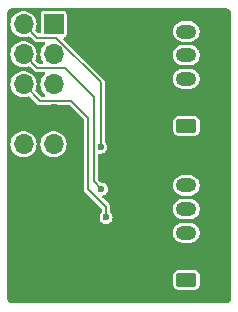
<source format=gbl>
G04 #@! TF.GenerationSoftware,KiCad,Pcbnew,8.0.5*
G04 #@! TF.CreationDate,2025-02-14T04:05:40-05:00*
G04 #@! TF.ProjectId,UTSM Adaptor,5554534d-2041-4646-9170-746f722e6b69,rev?*
G04 #@! TF.SameCoordinates,Original*
G04 #@! TF.FileFunction,Copper,L2,Bot*
G04 #@! TF.FilePolarity,Positive*
%FSLAX46Y46*%
G04 Gerber Fmt 4.6, Leading zero omitted, Abs format (unit mm)*
G04 Created by KiCad (PCBNEW 8.0.5) date 2025-02-14 04:05:40*
%MOMM*%
%LPD*%
G01*
G04 APERTURE LIST*
G04 Aperture macros list*
%AMRoundRect*
0 Rectangle with rounded corners*
0 $1 Rounding radius*
0 $2 $3 $4 $5 $6 $7 $8 $9 X,Y pos of 4 corners*
0 Add a 4 corners polygon primitive as box body*
4,1,4,$2,$3,$4,$5,$6,$7,$8,$9,$2,$3,0*
0 Add four circle primitives for the rounded corners*
1,1,$1+$1,$2,$3*
1,1,$1+$1,$4,$5*
1,1,$1+$1,$6,$7*
1,1,$1+$1,$8,$9*
0 Add four rect primitives between the rounded corners*
20,1,$1+$1,$2,$3,$4,$5,0*
20,1,$1+$1,$4,$5,$6,$7,0*
20,1,$1+$1,$6,$7,$8,$9,0*
20,1,$1+$1,$8,$9,$2,$3,0*%
G04 Aperture macros list end*
G04 #@! TA.AperFunction,ComponentPad*
%ADD10RoundRect,0.250000X0.625000X-0.350000X0.625000X0.350000X-0.625000X0.350000X-0.625000X-0.350000X0*%
G04 #@! TD*
G04 #@! TA.AperFunction,ComponentPad*
%ADD11O,1.750000X1.200000*%
G04 #@! TD*
G04 #@! TA.AperFunction,ComponentPad*
%ADD12R,1.700000X1.700000*%
G04 #@! TD*
G04 #@! TA.AperFunction,ComponentPad*
%ADD13O,1.700000X1.700000*%
G04 #@! TD*
G04 #@! TA.AperFunction,ViaPad*
%ADD14C,0.600000*%
G04 #@! TD*
G04 #@! TA.AperFunction,Conductor*
%ADD15C,0.200000*%
G04 #@! TD*
G04 APERTURE END LIST*
D10*
X126300000Y-64962500D03*
D11*
X126300000Y-62962500D03*
X126300000Y-60962500D03*
X126300000Y-58962500D03*
X126300000Y-56962500D03*
D10*
X126300000Y-78000000D03*
D11*
X126300000Y-76000000D03*
X126300000Y-74000000D03*
X126300000Y-72000000D03*
X126300000Y-70000000D03*
D12*
X115050000Y-56350000D03*
D13*
X112510000Y-56350000D03*
X115050000Y-58890000D03*
X112510000Y-58890000D03*
X115050000Y-61430000D03*
X112510000Y-61430000D03*
X115050000Y-63970000D03*
X112510000Y-63970000D03*
X115050000Y-66510000D03*
X112510000Y-66510000D03*
D14*
X119100000Y-70300000D03*
X119500000Y-72700000D03*
X119050000Y-66750000D03*
D15*
X119100000Y-70300000D02*
X118450000Y-69650000D01*
X118500000Y-66451471D02*
X118500000Y-62500000D01*
X118450000Y-69650000D02*
X118450000Y-66501471D01*
X118450000Y-66501471D02*
X118500000Y-66451471D01*
X118500000Y-62500000D02*
X116040000Y-60040000D01*
X113660000Y-60040000D02*
X112510000Y-58890000D01*
X116040000Y-60040000D02*
X113660000Y-60040000D01*
X119500000Y-72700000D02*
X119500000Y-71800000D01*
X113900000Y-62820000D02*
X112510000Y-61430000D01*
X116570000Y-62820000D02*
X113900000Y-62820000D01*
X118000000Y-70300000D02*
X118000000Y-64250000D01*
X118000000Y-64250000D02*
X116570000Y-62820000D01*
X119500000Y-71800000D02*
X118000000Y-70300000D01*
X119050000Y-66750000D02*
X119050000Y-61263654D01*
X113660000Y-57500000D02*
X112510000Y-56350000D01*
X115286346Y-57500000D02*
X113660000Y-57500000D01*
X119050000Y-61263654D02*
X115286346Y-57500000D01*
G04 #@! TA.AperFunction,Conductor*
G36*
X129606922Y-54982530D02*
G01*
X129618905Y-54983880D01*
X129697259Y-54992708D01*
X129724325Y-54998886D01*
X129803526Y-55026600D01*
X129828539Y-55038647D01*
X129899579Y-55083287D01*
X129921284Y-55100595D01*
X129980619Y-55159933D01*
X129997927Y-55181638D01*
X130030698Y-55233797D01*
X130042564Y-55252683D01*
X130054610Y-55277700D01*
X130082318Y-55356894D01*
X130088496Y-55383967D01*
X130098720Y-55474752D01*
X130099499Y-55488633D01*
X130099497Y-55555356D01*
X130099500Y-55555401D01*
X130099500Y-79407758D01*
X130099497Y-79407808D01*
X130099499Y-79474312D01*
X130098720Y-79488194D01*
X130088544Y-79578546D01*
X130082367Y-79605614D01*
X130054655Y-79684821D01*
X130042609Y-79709837D01*
X129997964Y-79780893D01*
X129980652Y-79802603D01*
X129921323Y-79861935D01*
X129899614Y-79879248D01*
X129828559Y-79923897D01*
X129803541Y-79935946D01*
X129724339Y-79963661D01*
X129697268Y-79969840D01*
X129629278Y-79977501D01*
X129607365Y-79979970D01*
X129593483Y-79980750D01*
X111606961Y-79980750D01*
X111593078Y-79979970D01*
X111559132Y-79976145D01*
X111502741Y-79969791D01*
X111475670Y-79963612D01*
X111396476Y-79935900D01*
X111371458Y-79923851D01*
X111300422Y-79879214D01*
X111278713Y-79861902D01*
X111219379Y-79802565D01*
X111202073Y-79780862D01*
X111157434Y-79709815D01*
X111145389Y-79684799D01*
X111117681Y-79605605D01*
X111111503Y-79578532D01*
X111101279Y-79487747D01*
X111100500Y-79473864D01*
X111100503Y-79415383D01*
X111100501Y-79415378D01*
X111100502Y-79407808D01*
X111100500Y-79407758D01*
X111100500Y-77602135D01*
X125174500Y-77602135D01*
X125174500Y-78397870D01*
X125174501Y-78397876D01*
X125180908Y-78457483D01*
X125231202Y-78592328D01*
X125231206Y-78592335D01*
X125317452Y-78707544D01*
X125317455Y-78707547D01*
X125432664Y-78793793D01*
X125432671Y-78793797D01*
X125567517Y-78844091D01*
X125567516Y-78844091D01*
X125574444Y-78844835D01*
X125627127Y-78850500D01*
X126972872Y-78850499D01*
X127032483Y-78844091D01*
X127167331Y-78793796D01*
X127282546Y-78707546D01*
X127368796Y-78592331D01*
X127419091Y-78457483D01*
X127425500Y-78397873D01*
X127425499Y-77602128D01*
X127419091Y-77542517D01*
X127368796Y-77407669D01*
X127368795Y-77407668D01*
X127368793Y-77407664D01*
X127282547Y-77292455D01*
X127282544Y-77292452D01*
X127167335Y-77206206D01*
X127167328Y-77206202D01*
X127032482Y-77155908D01*
X127032483Y-77155908D01*
X126972883Y-77149501D01*
X126972881Y-77149500D01*
X126972873Y-77149500D01*
X126972864Y-77149500D01*
X125627129Y-77149500D01*
X125627123Y-77149501D01*
X125567516Y-77155908D01*
X125432671Y-77206202D01*
X125432664Y-77206206D01*
X125317455Y-77292452D01*
X125317452Y-77292455D01*
X125231206Y-77407664D01*
X125231202Y-77407671D01*
X125180908Y-77542517D01*
X125174501Y-77602116D01*
X125174501Y-77602123D01*
X125174500Y-77602135D01*
X111100500Y-77602135D01*
X111100500Y-73916228D01*
X125174500Y-73916228D01*
X125174500Y-74083771D01*
X125207182Y-74248074D01*
X125207184Y-74248082D01*
X125271295Y-74402860D01*
X125364373Y-74542162D01*
X125482837Y-74660626D01*
X125575494Y-74722537D01*
X125622137Y-74753703D01*
X125776918Y-74817816D01*
X125941228Y-74850499D01*
X125941232Y-74850500D01*
X125941233Y-74850500D01*
X126658768Y-74850500D01*
X126658769Y-74850499D01*
X126823082Y-74817816D01*
X126977863Y-74753703D01*
X127117162Y-74660626D01*
X127235626Y-74542162D01*
X127328703Y-74402863D01*
X127392816Y-74248082D01*
X127425500Y-74083767D01*
X127425500Y-73916233D01*
X127392816Y-73751918D01*
X127328703Y-73597137D01*
X127297537Y-73550494D01*
X127235626Y-73457837D01*
X127117162Y-73339373D01*
X126977860Y-73246295D01*
X126823082Y-73182184D01*
X126823074Y-73182182D01*
X126658771Y-73149500D01*
X126658767Y-73149500D01*
X125941233Y-73149500D01*
X125941228Y-73149500D01*
X125776925Y-73182182D01*
X125776917Y-73182184D01*
X125622139Y-73246295D01*
X125482837Y-73339373D01*
X125364373Y-73457837D01*
X125271295Y-73597139D01*
X125207184Y-73751917D01*
X125207182Y-73751925D01*
X125174500Y-73916228D01*
X111100500Y-73916228D01*
X111100500Y-66509999D01*
X111404785Y-66509999D01*
X111404785Y-66510000D01*
X111423602Y-66713082D01*
X111479417Y-66909247D01*
X111479422Y-66909260D01*
X111570327Y-67091821D01*
X111693237Y-67254581D01*
X111843958Y-67391980D01*
X111843960Y-67391982D01*
X111879193Y-67413797D01*
X112017363Y-67499348D01*
X112207544Y-67573024D01*
X112408024Y-67610500D01*
X112408026Y-67610500D01*
X112611974Y-67610500D01*
X112611976Y-67610500D01*
X112812456Y-67573024D01*
X113002637Y-67499348D01*
X113176041Y-67391981D01*
X113326764Y-67254579D01*
X113449673Y-67091821D01*
X113540582Y-66909250D01*
X113596397Y-66713083D01*
X113615215Y-66510000D01*
X113615215Y-66509999D01*
X113944785Y-66509999D01*
X113944785Y-66510000D01*
X113963602Y-66713082D01*
X114019417Y-66909247D01*
X114019422Y-66909260D01*
X114110327Y-67091821D01*
X114233237Y-67254581D01*
X114383958Y-67391980D01*
X114383960Y-67391982D01*
X114419193Y-67413797D01*
X114557363Y-67499348D01*
X114747544Y-67573024D01*
X114948024Y-67610500D01*
X114948026Y-67610500D01*
X115151974Y-67610500D01*
X115151976Y-67610500D01*
X115352456Y-67573024D01*
X115542637Y-67499348D01*
X115716041Y-67391981D01*
X115866764Y-67254579D01*
X115989673Y-67091821D01*
X116080582Y-66909250D01*
X116136397Y-66713083D01*
X116155215Y-66510000D01*
X116136397Y-66306917D01*
X116080582Y-66110750D01*
X115989673Y-65928179D01*
X115902693Y-65812999D01*
X115866762Y-65765418D01*
X115716041Y-65628019D01*
X115716039Y-65628017D01*
X115542642Y-65520655D01*
X115542635Y-65520651D01*
X115447546Y-65483814D01*
X115352456Y-65446976D01*
X115151976Y-65409500D01*
X114948024Y-65409500D01*
X114747544Y-65446976D01*
X114747541Y-65446976D01*
X114747541Y-65446977D01*
X114557364Y-65520651D01*
X114557357Y-65520655D01*
X114383960Y-65628017D01*
X114383958Y-65628019D01*
X114233237Y-65765418D01*
X114110327Y-65928178D01*
X114019422Y-66110739D01*
X114019417Y-66110752D01*
X113963602Y-66306917D01*
X113944785Y-66509999D01*
X113615215Y-66509999D01*
X113596397Y-66306917D01*
X113540582Y-66110750D01*
X113449673Y-65928179D01*
X113362693Y-65812999D01*
X113326762Y-65765418D01*
X113176041Y-65628019D01*
X113176039Y-65628017D01*
X113002642Y-65520655D01*
X113002635Y-65520651D01*
X112907546Y-65483814D01*
X112812456Y-65446976D01*
X112611976Y-65409500D01*
X112408024Y-65409500D01*
X112207544Y-65446976D01*
X112207541Y-65446976D01*
X112207541Y-65446977D01*
X112017364Y-65520651D01*
X112017357Y-65520655D01*
X111843960Y-65628017D01*
X111843958Y-65628019D01*
X111693237Y-65765418D01*
X111570327Y-65928178D01*
X111479422Y-66110739D01*
X111479417Y-66110752D01*
X111423602Y-66306917D01*
X111404785Y-66509999D01*
X111100500Y-66509999D01*
X111100500Y-56349999D01*
X111404785Y-56349999D01*
X111404785Y-56350000D01*
X111423602Y-56553082D01*
X111479417Y-56749247D01*
X111479422Y-56749260D01*
X111570327Y-56931821D01*
X111693237Y-57094581D01*
X111843958Y-57231980D01*
X111843960Y-57231982D01*
X111943141Y-57293392D01*
X112017363Y-57339348D01*
X112207544Y-57413024D01*
X112408024Y-57450500D01*
X112408026Y-57450500D01*
X112611974Y-57450500D01*
X112611976Y-57450500D01*
X112812456Y-57413024D01*
X112928037Y-57368247D01*
X112997658Y-57362385D01*
X113059399Y-57395094D01*
X113060511Y-57396193D01*
X113444788Y-57780470D01*
X113501132Y-57813000D01*
X113501134Y-57813001D01*
X113524709Y-57826613D01*
X113524711Y-57826613D01*
X113524712Y-57826614D01*
X113613856Y-57850500D01*
X113613857Y-57850500D01*
X113706144Y-57850500D01*
X114236668Y-57850500D01*
X114303707Y-57870185D01*
X114349462Y-57922989D01*
X114359406Y-57992147D01*
X114330381Y-58055703D01*
X114320206Y-58066137D01*
X114233237Y-58145418D01*
X114110327Y-58308178D01*
X114019422Y-58490739D01*
X114019417Y-58490752D01*
X113963602Y-58686917D01*
X113944785Y-58889999D01*
X113944785Y-58890000D01*
X113963602Y-59093082D01*
X114019417Y-59289247D01*
X114019422Y-59289260D01*
X114110327Y-59471821D01*
X114124639Y-59490773D01*
X114149331Y-59556134D01*
X114134766Y-59624469D01*
X114085569Y-59674081D01*
X114025685Y-59689500D01*
X113856544Y-59689500D01*
X113789505Y-59669815D01*
X113768863Y-59653181D01*
X113558576Y-59442894D01*
X113525091Y-59381571D01*
X113530075Y-59311879D01*
X113535251Y-59299954D01*
X113540582Y-59289250D01*
X113596397Y-59093083D01*
X113615215Y-58890000D01*
X113596397Y-58686917D01*
X113540582Y-58490750D01*
X113449673Y-58308179D01*
X113326764Y-58145421D01*
X113326762Y-58145418D01*
X113176041Y-58008019D01*
X113176039Y-58008017D01*
X113002642Y-57900655D01*
X113002635Y-57900651D01*
X112873176Y-57850499D01*
X112812456Y-57826976D01*
X112611976Y-57789500D01*
X112408024Y-57789500D01*
X112207544Y-57826976D01*
X112207541Y-57826976D01*
X112207541Y-57826977D01*
X112017364Y-57900651D01*
X112017357Y-57900655D01*
X111843960Y-58008017D01*
X111843958Y-58008019D01*
X111693237Y-58145418D01*
X111570327Y-58308178D01*
X111479422Y-58490739D01*
X111479417Y-58490752D01*
X111423602Y-58686917D01*
X111404785Y-58889999D01*
X111404785Y-58890000D01*
X111423602Y-59093082D01*
X111479417Y-59289247D01*
X111479422Y-59289260D01*
X111570327Y-59471821D01*
X111693237Y-59634581D01*
X111843958Y-59771980D01*
X111843960Y-59771982D01*
X111857422Y-59780317D01*
X112017363Y-59879348D01*
X112207544Y-59953024D01*
X112408024Y-59990500D01*
X112408026Y-59990500D01*
X112611974Y-59990500D01*
X112611976Y-59990500D01*
X112812456Y-59953024D01*
X112928037Y-59908247D01*
X112997658Y-59902385D01*
X113059399Y-59935094D01*
X113060511Y-59936193D01*
X113444788Y-60320470D01*
X113524712Y-60366614D01*
X113613856Y-60390500D01*
X113613857Y-60390500D01*
X113706144Y-60390500D01*
X114236668Y-60390500D01*
X114303707Y-60410185D01*
X114349462Y-60462989D01*
X114359406Y-60532147D01*
X114330381Y-60595703D01*
X114320206Y-60606137D01*
X114233237Y-60685418D01*
X114110327Y-60848178D01*
X114019422Y-61030739D01*
X114019417Y-61030752D01*
X113963602Y-61226917D01*
X113944785Y-61429999D01*
X113944785Y-61430000D01*
X113963602Y-61633082D01*
X114019417Y-61829247D01*
X114019422Y-61829260D01*
X114110327Y-62011821D01*
X114233237Y-62174581D01*
X114320206Y-62253863D01*
X114356488Y-62313574D01*
X114354727Y-62383422D01*
X114315484Y-62441229D01*
X114251217Y-62468644D01*
X114236668Y-62469500D01*
X114096544Y-62469500D01*
X114029505Y-62449815D01*
X114008863Y-62433181D01*
X113558576Y-61982894D01*
X113525091Y-61921571D01*
X113530075Y-61851879D01*
X113535251Y-61839954D01*
X113540582Y-61829250D01*
X113596397Y-61633083D01*
X113615215Y-61430000D01*
X113596397Y-61226917D01*
X113540582Y-61030750D01*
X113449673Y-60848179D01*
X113348667Y-60714425D01*
X113326762Y-60685418D01*
X113176041Y-60548019D01*
X113176039Y-60548017D01*
X113002642Y-60440655D01*
X113002635Y-60440651D01*
X112873176Y-60390499D01*
X112812456Y-60366976D01*
X112611976Y-60329500D01*
X112408024Y-60329500D01*
X112207544Y-60366976D01*
X112207541Y-60366976D01*
X112207541Y-60366977D01*
X112017364Y-60440651D01*
X112017357Y-60440655D01*
X111843960Y-60548017D01*
X111843958Y-60548019D01*
X111693237Y-60685418D01*
X111570327Y-60848178D01*
X111479422Y-61030739D01*
X111479417Y-61030752D01*
X111423602Y-61226917D01*
X111404785Y-61429999D01*
X111404785Y-61430000D01*
X111423602Y-61633082D01*
X111479417Y-61829247D01*
X111479422Y-61829260D01*
X111570327Y-62011821D01*
X111693237Y-62174581D01*
X111843958Y-62311980D01*
X111843960Y-62311982D01*
X111869593Y-62327853D01*
X112017363Y-62419348D01*
X112207544Y-62493024D01*
X112408024Y-62530500D01*
X112408026Y-62530500D01*
X112611974Y-62530500D01*
X112611976Y-62530500D01*
X112812456Y-62493024D01*
X112928037Y-62448247D01*
X112997658Y-62442385D01*
X113059399Y-62475094D01*
X113060511Y-62476193D01*
X113684788Y-63100470D01*
X113764712Y-63146614D01*
X113853856Y-63170500D01*
X116373456Y-63170500D01*
X116440495Y-63190185D01*
X116461137Y-63206819D01*
X117613181Y-64358862D01*
X117646666Y-64420185D01*
X117649500Y-64446543D01*
X117649500Y-70346143D01*
X117664698Y-70402864D01*
X117664698Y-70402865D01*
X117673384Y-70435285D01*
X117673385Y-70435286D01*
X117719527Y-70515208D01*
X117719531Y-70515213D01*
X119113181Y-71908862D01*
X119146666Y-71970185D01*
X119149500Y-71996543D01*
X119149500Y-72213908D01*
X119129815Y-72280947D01*
X119111913Y-72300412D01*
X119113129Y-72301628D01*
X119107384Y-72307372D01*
X119019137Y-72422377D01*
X118963671Y-72556287D01*
X118963670Y-72556291D01*
X118944750Y-72699999D01*
X118944750Y-72700000D01*
X118963670Y-72843708D01*
X118963671Y-72843712D01*
X119019137Y-72977622D01*
X119019138Y-72977624D01*
X119019139Y-72977625D01*
X119107379Y-73092621D01*
X119222375Y-73180861D01*
X119356291Y-73236330D01*
X119483280Y-73253048D01*
X119499999Y-73255250D01*
X119500000Y-73255250D01*
X119500001Y-73255250D01*
X119514977Y-73253278D01*
X119643709Y-73236330D01*
X119777625Y-73180861D01*
X119892621Y-73092621D01*
X119980861Y-72977625D01*
X120036330Y-72843709D01*
X120055250Y-72700000D01*
X120036330Y-72556291D01*
X119980861Y-72422375D01*
X119892621Y-72307379D01*
X119892619Y-72307377D01*
X119892615Y-72307372D01*
X119886871Y-72301628D01*
X119889387Y-72299111D01*
X119857797Y-72255817D01*
X119850500Y-72213908D01*
X119850500Y-71916228D01*
X125174500Y-71916228D01*
X125174500Y-72083771D01*
X125207182Y-72248074D01*
X125207184Y-72248082D01*
X125271295Y-72402860D01*
X125364373Y-72542162D01*
X125482837Y-72660626D01*
X125541765Y-72700000D01*
X125622137Y-72753703D01*
X125776918Y-72817816D01*
X125941228Y-72850499D01*
X125941232Y-72850500D01*
X125941233Y-72850500D01*
X126658768Y-72850500D01*
X126658769Y-72850499D01*
X126823082Y-72817816D01*
X126977863Y-72753703D01*
X127117162Y-72660626D01*
X127235626Y-72542162D01*
X127328703Y-72402863D01*
X127392816Y-72248082D01*
X127425500Y-72083767D01*
X127425500Y-71916233D01*
X127392816Y-71751918D01*
X127328703Y-71597137D01*
X127276848Y-71519531D01*
X127235626Y-71457837D01*
X127117162Y-71339373D01*
X126977860Y-71246295D01*
X126823082Y-71182184D01*
X126823074Y-71182182D01*
X126658771Y-71149500D01*
X126658767Y-71149500D01*
X125941233Y-71149500D01*
X125941228Y-71149500D01*
X125776925Y-71182182D01*
X125776917Y-71182184D01*
X125622139Y-71246295D01*
X125482837Y-71339373D01*
X125364373Y-71457837D01*
X125271295Y-71597139D01*
X125207184Y-71751917D01*
X125207182Y-71751925D01*
X125174500Y-71916228D01*
X119850500Y-71916228D01*
X119850500Y-71753858D01*
X119850500Y-71753856D01*
X119826614Y-71664712D01*
X119826611Y-71664706D01*
X119780473Y-71584794D01*
X119780470Y-71584791D01*
X119780469Y-71584788D01*
X119715212Y-71519531D01*
X119225240Y-71029559D01*
X119191755Y-70968236D01*
X119196739Y-70898544D01*
X119238611Y-70842611D01*
X119265469Y-70827317D01*
X119308897Y-70809328D01*
X119377625Y-70780861D01*
X119492621Y-70692621D01*
X119580861Y-70577625D01*
X119636330Y-70443709D01*
X119655250Y-70300000D01*
X119636330Y-70156291D01*
X119580861Y-70022375D01*
X119499411Y-69916228D01*
X125174500Y-69916228D01*
X125174500Y-70083771D01*
X125207182Y-70248074D01*
X125207184Y-70248082D01*
X125271295Y-70402860D01*
X125364373Y-70542162D01*
X125482837Y-70660626D01*
X125575494Y-70722537D01*
X125622137Y-70753703D01*
X125776918Y-70817816D01*
X125941228Y-70850499D01*
X125941232Y-70850500D01*
X125941233Y-70850500D01*
X126658768Y-70850500D01*
X126658769Y-70850499D01*
X126823082Y-70817816D01*
X126977863Y-70753703D01*
X127117162Y-70660626D01*
X127235626Y-70542162D01*
X127328703Y-70402863D01*
X127392816Y-70248082D01*
X127425500Y-70083767D01*
X127425500Y-69916233D01*
X127392816Y-69751918D01*
X127328703Y-69597137D01*
X127250310Y-69479814D01*
X127235626Y-69457837D01*
X127117162Y-69339373D01*
X126977860Y-69246295D01*
X126823082Y-69182184D01*
X126823074Y-69182182D01*
X126658771Y-69149500D01*
X126658767Y-69149500D01*
X125941233Y-69149500D01*
X125941228Y-69149500D01*
X125776925Y-69182182D01*
X125776917Y-69182184D01*
X125622139Y-69246295D01*
X125482837Y-69339373D01*
X125364373Y-69457837D01*
X125271295Y-69597139D01*
X125207184Y-69751917D01*
X125207182Y-69751925D01*
X125174500Y-69916228D01*
X119499411Y-69916228D01*
X119492621Y-69907379D01*
X119377625Y-69819139D01*
X119377624Y-69819138D01*
X119377622Y-69819137D01*
X119243712Y-69763671D01*
X119243710Y-69763670D01*
X119243709Y-69763670D01*
X119154499Y-69751925D01*
X119100001Y-69744750D01*
X119091873Y-69744750D01*
X119091873Y-69741243D01*
X119038613Y-69732772D01*
X119004122Y-69708440D01*
X118836819Y-69541137D01*
X118803334Y-69479814D01*
X118800500Y-69453456D01*
X118800500Y-67413797D01*
X118820185Y-67346758D01*
X118872989Y-67301003D01*
X118940685Y-67290858D01*
X119014320Y-67300552D01*
X119049999Y-67305250D01*
X119050000Y-67305250D01*
X119050001Y-67305250D01*
X119064977Y-67303278D01*
X119193709Y-67286330D01*
X119327625Y-67230861D01*
X119442621Y-67142621D01*
X119530861Y-67027625D01*
X119586330Y-66893709D01*
X119605250Y-66750000D01*
X119586330Y-66606291D01*
X119530861Y-66472375D01*
X119442621Y-66357379D01*
X119442619Y-66357377D01*
X119442615Y-66357372D01*
X119436871Y-66351628D01*
X119439387Y-66349111D01*
X119407797Y-66305817D01*
X119400500Y-66263908D01*
X119400500Y-64564635D01*
X125174500Y-64564635D01*
X125174500Y-65360370D01*
X125174501Y-65360376D01*
X125180908Y-65419983D01*
X125231202Y-65554828D01*
X125231206Y-65554835D01*
X125317452Y-65670044D01*
X125317455Y-65670047D01*
X125432664Y-65756293D01*
X125432671Y-65756297D01*
X125567517Y-65806591D01*
X125567516Y-65806591D01*
X125574444Y-65807335D01*
X125627127Y-65813000D01*
X126972872Y-65812999D01*
X127032483Y-65806591D01*
X127167331Y-65756296D01*
X127282546Y-65670046D01*
X127368796Y-65554831D01*
X127419091Y-65419983D01*
X127425500Y-65360373D01*
X127425499Y-64564628D01*
X127419091Y-64505017D01*
X127368796Y-64370169D01*
X127368795Y-64370168D01*
X127368793Y-64370164D01*
X127282547Y-64254955D01*
X127282544Y-64254952D01*
X127167335Y-64168706D01*
X127167328Y-64168702D01*
X127032482Y-64118408D01*
X127032483Y-64118408D01*
X126972883Y-64112001D01*
X126972881Y-64112000D01*
X126972873Y-64112000D01*
X126972864Y-64112000D01*
X125627129Y-64112000D01*
X125627123Y-64112001D01*
X125567516Y-64118408D01*
X125432671Y-64168702D01*
X125432664Y-64168706D01*
X125317455Y-64254952D01*
X125317452Y-64254955D01*
X125231206Y-64370164D01*
X125231202Y-64370171D01*
X125180908Y-64505017D01*
X125174501Y-64564616D01*
X125174501Y-64564623D01*
X125174500Y-64564635D01*
X119400500Y-64564635D01*
X119400500Y-61217512D01*
X119400500Y-61217510D01*
X119376614Y-61128366D01*
X119362192Y-61103386D01*
X119330470Y-61048442D01*
X119160756Y-60878728D01*
X125174500Y-60878728D01*
X125174500Y-61046271D01*
X125207182Y-61210574D01*
X125207184Y-61210582D01*
X125271295Y-61365360D01*
X125364373Y-61504662D01*
X125482837Y-61623126D01*
X125575494Y-61685037D01*
X125622137Y-61716203D01*
X125776918Y-61780316D01*
X125941228Y-61812999D01*
X125941232Y-61813000D01*
X125941233Y-61813000D01*
X126658768Y-61813000D01*
X126658769Y-61812999D01*
X126823082Y-61780316D01*
X126977863Y-61716203D01*
X127117162Y-61623126D01*
X127235626Y-61504662D01*
X127328703Y-61365363D01*
X127392816Y-61210582D01*
X127425500Y-61046267D01*
X127425500Y-60878733D01*
X127392816Y-60714418D01*
X127328703Y-60559637D01*
X127264125Y-60462989D01*
X127235626Y-60420337D01*
X127117162Y-60301873D01*
X126977860Y-60208795D01*
X126823082Y-60144684D01*
X126823074Y-60144682D01*
X126658771Y-60112000D01*
X126658767Y-60112000D01*
X125941233Y-60112000D01*
X125941228Y-60112000D01*
X125776925Y-60144682D01*
X125776917Y-60144684D01*
X125622139Y-60208795D01*
X125482837Y-60301873D01*
X125364373Y-60420337D01*
X125271295Y-60559639D01*
X125207184Y-60714417D01*
X125207182Y-60714425D01*
X125174500Y-60878728D01*
X119160756Y-60878728D01*
X117160756Y-58878728D01*
X125174500Y-58878728D01*
X125174500Y-59046271D01*
X125207182Y-59210574D01*
X125207184Y-59210582D01*
X125271295Y-59365360D01*
X125364373Y-59504662D01*
X125482837Y-59623126D01*
X125559097Y-59674081D01*
X125622137Y-59716203D01*
X125776918Y-59780316D01*
X125941228Y-59812999D01*
X125941232Y-59813000D01*
X125941233Y-59813000D01*
X126658768Y-59813000D01*
X126658769Y-59812999D01*
X126823082Y-59780316D01*
X126977863Y-59716203D01*
X127117162Y-59623126D01*
X127235626Y-59504662D01*
X127328703Y-59365363D01*
X127392816Y-59210582D01*
X127425500Y-59046267D01*
X127425500Y-58878733D01*
X127392816Y-58714418D01*
X127328703Y-58559637D01*
X127282667Y-58490739D01*
X127235626Y-58420337D01*
X127117162Y-58301873D01*
X126977860Y-58208795D01*
X126823082Y-58144684D01*
X126823074Y-58144682D01*
X126658771Y-58112000D01*
X126658767Y-58112000D01*
X125941233Y-58112000D01*
X125941228Y-58112000D01*
X125776925Y-58144682D01*
X125776917Y-58144684D01*
X125622139Y-58208795D01*
X125482837Y-58301873D01*
X125364373Y-58420337D01*
X125271295Y-58559639D01*
X125207184Y-58714417D01*
X125207182Y-58714425D01*
X125174500Y-58878728D01*
X117160756Y-58878728D01*
X115928447Y-57646419D01*
X115894962Y-57585096D01*
X115899946Y-57515404D01*
X115941818Y-57459471D01*
X115991937Y-57437121D01*
X115997736Y-57435967D01*
X115997737Y-57435966D01*
X115997740Y-57435966D01*
X116080601Y-57380601D01*
X116135966Y-57297740D01*
X116150500Y-57224674D01*
X116150500Y-56878728D01*
X125174500Y-56878728D01*
X125174500Y-57046271D01*
X125207182Y-57210574D01*
X125207184Y-57210582D01*
X125271295Y-57365360D01*
X125364373Y-57504662D01*
X125482837Y-57623126D01*
X125517698Y-57646419D01*
X125622137Y-57716203D01*
X125776918Y-57780316D01*
X125941228Y-57812999D01*
X125941232Y-57813000D01*
X125941233Y-57813000D01*
X126658768Y-57813000D01*
X126658769Y-57812999D01*
X126823082Y-57780316D01*
X126977863Y-57716203D01*
X127117162Y-57623126D01*
X127235626Y-57504662D01*
X127328703Y-57365363D01*
X127392816Y-57210582D01*
X127425500Y-57046267D01*
X127425500Y-56878733D01*
X127392816Y-56714418D01*
X127328703Y-56559637D01*
X127297537Y-56512994D01*
X127235626Y-56420337D01*
X127117162Y-56301873D01*
X126977860Y-56208795D01*
X126823082Y-56144684D01*
X126823074Y-56144682D01*
X126658771Y-56112000D01*
X126658767Y-56112000D01*
X125941233Y-56112000D01*
X125941228Y-56112000D01*
X125776925Y-56144682D01*
X125776917Y-56144684D01*
X125622139Y-56208795D01*
X125482837Y-56301873D01*
X125364373Y-56420337D01*
X125271295Y-56559639D01*
X125207184Y-56714417D01*
X125207182Y-56714425D01*
X125174500Y-56878728D01*
X116150500Y-56878728D01*
X116150500Y-55475326D01*
X116150500Y-55475323D01*
X116150499Y-55475321D01*
X116135967Y-55402264D01*
X116135966Y-55402260D01*
X116114459Y-55370072D01*
X116080601Y-55319399D01*
X115997740Y-55264034D01*
X115997739Y-55264033D01*
X115997735Y-55264032D01*
X115924677Y-55249500D01*
X115924674Y-55249500D01*
X114175326Y-55249500D01*
X114175323Y-55249500D01*
X114102264Y-55264032D01*
X114102260Y-55264033D01*
X114019399Y-55319399D01*
X113964033Y-55402260D01*
X113964032Y-55402264D01*
X113949500Y-55475321D01*
X113949500Y-56994456D01*
X113929815Y-57061495D01*
X113877011Y-57107250D01*
X113807853Y-57117194D01*
X113744297Y-57088169D01*
X113737819Y-57082137D01*
X113558576Y-56902894D01*
X113525091Y-56841571D01*
X113530075Y-56771879D01*
X113535251Y-56759954D01*
X113540582Y-56749250D01*
X113596397Y-56553083D01*
X113615215Y-56350000D01*
X113610755Y-56301873D01*
X113596397Y-56146917D01*
X113586462Y-56112000D01*
X113540582Y-55950750D01*
X113449673Y-55768179D01*
X113326764Y-55605421D01*
X113326762Y-55605418D01*
X113176041Y-55468019D01*
X113176039Y-55468017D01*
X113002642Y-55360655D01*
X113002635Y-55360651D01*
X112896150Y-55319399D01*
X112812456Y-55286976D01*
X112611976Y-55249500D01*
X112408024Y-55249500D01*
X112207544Y-55286976D01*
X112207541Y-55286976D01*
X112207541Y-55286977D01*
X112017364Y-55360651D01*
X112017357Y-55360655D01*
X111843960Y-55468017D01*
X111843958Y-55468019D01*
X111693237Y-55605418D01*
X111570327Y-55768178D01*
X111479422Y-55950739D01*
X111479417Y-55950752D01*
X111423602Y-56146917D01*
X111404785Y-56349999D01*
X111100500Y-56349999D01*
X111100500Y-55555401D01*
X111100502Y-55555356D01*
X111100501Y-55547121D01*
X111100503Y-55547117D01*
X111100500Y-55488183D01*
X111101279Y-55474305D01*
X111101987Y-55468019D01*
X111111456Y-55383947D01*
X111117628Y-55356896D01*
X111145348Y-55277667D01*
X111157390Y-55252662D01*
X111202035Y-55181606D01*
X111219345Y-55159898D01*
X111278678Y-55100562D01*
X111300385Y-55083251D01*
X111371440Y-55038602D01*
X111396452Y-55026555D01*
X111475664Y-54998836D01*
X111502729Y-54992659D01*
X111579232Y-54984039D01*
X111592634Y-54982530D01*
X111606517Y-54981750D01*
X111665892Y-54981750D01*
X129534108Y-54981750D01*
X129593039Y-54981750D01*
X129606922Y-54982530D01*
G37*
G04 #@! TD.AperFunction*
M02*

</source>
